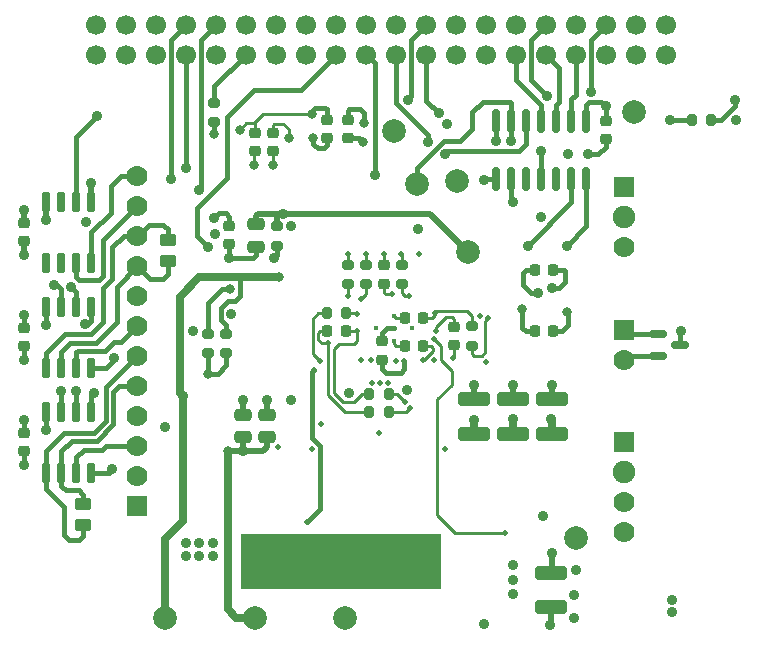
<source format=gbr>
%TF.GenerationSoftware,KiCad,Pcbnew,7.0.10-7.0.10~ubuntu22.04.1*%
%TF.CreationDate,2024-02-04T10:47:15-08:00*%
%TF.ProjectId,PI-Power-Board,50492d50-6f77-4657-922d-426f6172642e,rev?*%
%TF.SameCoordinates,Original*%
%TF.FileFunction,Copper,L4,Bot*%
%TF.FilePolarity,Positive*%
%FSLAX46Y46*%
G04 Gerber Fmt 4.6, Leading zero omitted, Abs format (unit mm)*
G04 Created by KiCad (PCBNEW 7.0.10-7.0.10~ubuntu22.04.1) date 2024-02-04 10:47:15*
%MOMM*%
%LPD*%
G01*
G04 APERTURE LIST*
G04 Aperture macros list*
%AMRoundRect*
0 Rectangle with rounded corners*
0 $1 Rounding radius*
0 $2 $3 $4 $5 $6 $7 $8 $9 X,Y pos of 4 corners*
0 Add a 4 corners polygon primitive as box body*
4,1,4,$2,$3,$4,$5,$6,$7,$8,$9,$2,$3,0*
0 Add four circle primitives for the rounded corners*
1,1,$1+$1,$2,$3*
1,1,$1+$1,$4,$5*
1,1,$1+$1,$6,$7*
1,1,$1+$1,$8,$9*
0 Add four rect primitives between the rounded corners*
20,1,$1+$1,$2,$3,$4,$5,0*
20,1,$1+$1,$4,$5,$6,$7,0*
20,1,$1+$1,$6,$7,$8,$9,0*
20,1,$1+$1,$8,$9,$2,$3,0*%
G04 Aperture macros list end*
%TA.AperFunction,ComponentPad*%
%ADD10C,2.000000*%
%TD*%
%TA.AperFunction,ComponentPad*%
%ADD11R,1.778000X1.778000*%
%TD*%
%TA.AperFunction,ComponentPad*%
%ADD12C,1.905000*%
%TD*%
%TA.AperFunction,ComponentPad*%
%ADD13C,1.778000*%
%TD*%
%TA.AperFunction,ComponentPad*%
%ADD14C,1.700000*%
%TD*%
%TA.AperFunction,ComponentPad*%
%ADD15C,0.400000*%
%TD*%
%TA.AperFunction,SMDPad,CuDef*%
%ADD16RoundRect,0.150000X-0.150000X0.725000X-0.150000X-0.725000X0.150000X-0.725000X0.150000X0.725000X0*%
%TD*%
%TA.AperFunction,SMDPad,CuDef*%
%ADD17RoundRect,0.250000X-1.100000X0.325000X-1.100000X-0.325000X1.100000X-0.325000X1.100000X0.325000X0*%
%TD*%
%TA.AperFunction,SMDPad,CuDef*%
%ADD18RoundRect,0.225000X0.250000X-0.225000X0.250000X0.225000X-0.250000X0.225000X-0.250000X-0.225000X0*%
%TD*%
%TA.AperFunction,SMDPad,CuDef*%
%ADD19RoundRect,0.150000X-0.587500X-0.150000X0.587500X-0.150000X0.587500X0.150000X-0.587500X0.150000X0*%
%TD*%
%TA.AperFunction,SMDPad,CuDef*%
%ADD20RoundRect,0.200000X-0.275000X0.200000X-0.275000X-0.200000X0.275000X-0.200000X0.275000X0.200000X0*%
%TD*%
%TA.AperFunction,SMDPad,CuDef*%
%ADD21RoundRect,0.200000X0.275000X-0.200000X0.275000X0.200000X-0.275000X0.200000X-0.275000X-0.200000X0*%
%TD*%
%TA.AperFunction,SMDPad,CuDef*%
%ADD22RoundRect,0.250000X-0.475000X0.250000X-0.475000X-0.250000X0.475000X-0.250000X0.475000X0.250000X0*%
%TD*%
%TA.AperFunction,SMDPad,CuDef*%
%ADD23RoundRect,0.225000X-0.250000X0.225000X-0.250000X-0.225000X0.250000X-0.225000X0.250000X0.225000X0*%
%TD*%
%TA.AperFunction,SMDPad,CuDef*%
%ADD24RoundRect,0.225000X-0.225000X-0.250000X0.225000X-0.250000X0.225000X0.250000X-0.225000X0.250000X0*%
%TD*%
%TA.AperFunction,SMDPad,CuDef*%
%ADD25RoundRect,0.250000X0.475000X-0.250000X0.475000X0.250000X-0.475000X0.250000X-0.475000X-0.250000X0*%
%TD*%
%TA.AperFunction,SMDPad,CuDef*%
%ADD26RoundRect,0.225000X0.225000X0.250000X-0.225000X0.250000X-0.225000X-0.250000X0.225000X-0.250000X0*%
%TD*%
%TA.AperFunction,SMDPad,CuDef*%
%ADD27RoundRect,0.200000X-0.200000X-0.275000X0.200000X-0.275000X0.200000X0.275000X-0.200000X0.275000X0*%
%TD*%
%TA.AperFunction,SMDPad,CuDef*%
%ADD28RoundRect,0.250000X0.450000X-0.262500X0.450000X0.262500X-0.450000X0.262500X-0.450000X-0.262500X0*%
%TD*%
%TA.AperFunction,SMDPad,CuDef*%
%ADD29RoundRect,0.150000X0.150000X-0.825000X0.150000X0.825000X-0.150000X0.825000X-0.150000X-0.825000X0*%
%TD*%
%TA.AperFunction,SMDPad,CuDef*%
%ADD30RoundRect,0.250000X-0.450000X0.262500X-0.450000X-0.262500X0.450000X-0.262500X0.450000X0.262500X0*%
%TD*%
%TA.AperFunction,ViaPad*%
%ADD31C,0.889000*%
%TD*%
%TA.AperFunction,ViaPad*%
%ADD32C,0.800000*%
%TD*%
%TA.AperFunction,ViaPad*%
%ADD33C,0.508000*%
%TD*%
%TA.AperFunction,Conductor*%
%ADD34C,0.381000*%
%TD*%
%TA.AperFunction,Conductor*%
%ADD35C,0.254000*%
%TD*%
%TA.AperFunction,Conductor*%
%ADD36C,0.508000*%
%TD*%
%TA.AperFunction,Conductor*%
%ADD37C,0.635000*%
%TD*%
G04 APERTURE END LIST*
%TA.AperFunction,NonConductor*%
G36*
X80645000Y-116332000D02*
G01*
X97536000Y-116332000D01*
X97536000Y-121031000D01*
X80645000Y-121031000D01*
X80645000Y-116332000D01*
G37*
%TD.AperFunction*%
D10*
%TO.P,TP7,1,1*%
%TO.N,/~{CAN_INT1}*%
X95529400Y-86690200D03*
%TD*%
D11*
%TO.P,J5,1,Pin_1*%
%TO.N,GND*%
X113043500Y-108585000D03*
D12*
%TO.P,J5,2,Pin_2*%
X113043500Y-111125000D03*
D13*
%TO.P,J5,3,Pin_3*%
%TO.N,/VBAT*%
X113043500Y-113665000D03*
%TO.P,J5,4,Pin_4*%
X113043500Y-116205000D03*
%TD*%
D10*
%TO.P,TP2,1,1*%
%TO.N,/VBAT*%
X108966000Y-116713000D03*
%TD*%
D11*
%TO.P,J3,1,Pin_1*%
%TO.N,GND*%
X71857000Y-113970000D03*
D13*
%TO.P,J3,2,Pin_2*%
%TO.N,+5V*%
X71857000Y-111430000D03*
%TO.P,J3,3,Pin_3*%
%TO.N,/SCK_L*%
X71857000Y-108890000D03*
%TO.P,J3,4,Pin_4*%
%TO.N,/SCK_H*%
X71857000Y-106350000D03*
%TO.P,J3,5,Pin_5*%
%TO.N,/DR_L*%
X71857000Y-103810000D03*
%TO.P,J3,6,Pin_6*%
%TO.N,/DR_H*%
X71857000Y-101270000D03*
%TO.P,J3,7,Pin_7*%
%TO.N,/MOSI_L*%
X71857000Y-98730000D03*
%TO.P,J3,8,Pin_8*%
%TO.N,/MOSI_H*%
X71857000Y-96190000D03*
%TO.P,J3,9,Pin_9*%
%TO.N,/MISO_L*%
X71857000Y-93650000D03*
%TO.P,J3,10,Pin_10*%
%TO.N,/MISO_H*%
X71857000Y-91110000D03*
%TO.P,J3,11,Pin_11*%
%TO.N,/CS_L*%
X71857000Y-88570000D03*
%TO.P,J3,12,Pin_12*%
%TO.N,/CS_H*%
X71857000Y-86030000D03*
%TD*%
D11*
%TO.P,J4,1,Pin_1*%
%TO.N,/CAN-FD/CAN_L*%
X113030000Y-99060000D03*
D13*
%TO.P,J4,2,Pin_2*%
%TO.N,/CAN-FD/CAN_H*%
X113030000Y-101600000D03*
%TD*%
D10*
%TO.P,TP9,1,1*%
%TO.N,Net-(TP9-Pad1)*%
X93599000Y-82194400D03*
%TD*%
%TO.P,TP3,1,1*%
%TO.N,/3V-3.3V-PS/3V3_{OUT}*%
X74168000Y-123444000D03*
%TD*%
D14*
%TO.P,J1,1,Pin_1*%
%TO.N,unconnected-(J1-Pad1)*%
X68370000Y-75770000D03*
%TO.P,J1,2,Pin_2*%
%TO.N,+5V*%
X68370000Y-73230000D03*
%TO.P,J1,3,Pin_3*%
%TO.N,unconnected-(J1-Pad3)*%
X70910000Y-75770000D03*
%TO.P,J1,4,Pin_4*%
%TO.N,+5V*%
X70910000Y-73230000D03*
%TO.P,J1,5,Pin_5*%
%TO.N,unconnected-(J1-Pad5)*%
X73450000Y-75770000D03*
%TO.P,J1,6,Pin_6*%
%TO.N,GND*%
X73450000Y-73230000D03*
%TO.P,J1,7,Pin_7*%
%TO.N,/SPI2_CLK*%
X75990000Y-75770000D03*
%TO.P,J1,8,Pin_8*%
%TO.N,/UART2_TXD*%
X75990000Y-73230000D03*
%TO.P,J1,9,Pin_9*%
%TO.N,GND*%
X78530000Y-75770000D03*
%TO.P,J1,10,Pin_10*%
%TO.N,/UART2_RXD*%
X78530000Y-73230000D03*
%TO.P,J1,11,Pin_11*%
%TO.N,/PWM0*%
X81070000Y-75770000D03*
%TO.P,J1,12,Pin_12*%
%TO.N,unconnected-(J1-Pad12)*%
X81070000Y-73230000D03*
%TO.P,J1,13,Pin_13*%
%TO.N,/PWM1*%
X83610000Y-75770000D03*
%TO.P,J1,14,Pin_14*%
%TO.N,GND*%
X83610000Y-73230000D03*
%TO.P,J1,15,Pin_15*%
%TO.N,unconnected-(J1-Pad15)*%
X86150000Y-75770000D03*
%TO.P,J1,16,Pin_16*%
%TO.N,unconnected-(J1-Pad16)*%
X86150000Y-73230000D03*
%TO.P,J1,17,Pin_17*%
%TO.N,/3V3_PI*%
X88690000Y-75770000D03*
%TO.P,J1,18,Pin_18*%
%TO.N,unconnected-(J1-Pad18)*%
X88690000Y-73230000D03*
%TO.P,J1,19,Pin_19*%
%TO.N,/SPI1_TXD*%
X91230000Y-75770000D03*
%TO.P,J1,20,Pin_20*%
%TO.N,GND*%
X91230000Y-73230000D03*
%TO.P,J1,21,Pin_21*%
%TO.N,/SPI1_RXD*%
X93770000Y-75770000D03*
%TO.P,J1,22,Pin_22*%
%TO.N,unconnected-(J1-Pad22)*%
X93770000Y-73230000D03*
%TO.P,J1,23,Pin_23*%
%TO.N,/SPI1_CLK*%
X96310000Y-75770000D03*
%TO.P,J1,24,Pin_24*%
%TO.N,/~{SPI1_CS}*%
X96310000Y-73230000D03*
%TO.P,J1,25,Pin_25*%
%TO.N,GND*%
X98850000Y-75770000D03*
%TO.P,J1,26,Pin_26*%
%TO.N,unconnected-(J1-Pad26)*%
X98850000Y-73230000D03*
%TO.P,J1,27,Pin_27*%
%TO.N,unconnected-(J1-Pad27)*%
X101390000Y-75770000D03*
%TO.P,J1,28,Pin_28*%
%TO.N,unconnected-(J1-Pad28)*%
X101390000Y-73230000D03*
%TO.P,J1,29,Pin_29*%
%TO.N,/SPI2_TXD*%
X103930000Y-75770000D03*
%TO.P,J1,30,Pin_30*%
%TO.N,GND*%
X103930000Y-73230000D03*
%TO.P,J1,31,Pin_31*%
%TO.N,/SPI2_RXD*%
X106470000Y-75770000D03*
%TO.P,J1,32,Pin_32*%
%TO.N,/DR*%
X106470000Y-73230000D03*
%TO.P,J1,33,Pin_33*%
%TO.N,/~{SPI2_CS}*%
X109010000Y-75770000D03*
%TO.P,J1,34,Pin_34*%
%TO.N,GND*%
X109010000Y-73230000D03*
%TO.P,J1,35,Pin_35*%
%TO.N,/~{CAN_INT}*%
X111550000Y-75770000D03*
%TO.P,J1,36,Pin_36*%
%TO.N,/~{CAN_INT1}*%
X111550000Y-73230000D03*
%TO.P,J1,37,Pin_37*%
%TO.N,/~{CAN_INT0}*%
X114090000Y-75770000D03*
%TO.P,J1,38,Pin_38*%
%TO.N,unconnected-(J1-Pad38)*%
X114090000Y-73230000D03*
%TO.P,J1,39,Pin_39*%
%TO.N,GND*%
X116630000Y-75770000D03*
%TO.P,J1,40,Pin_40*%
%TO.N,unconnected-(J1-Pad40)*%
X116630000Y-73230000D03*
%TD*%
D10*
%TO.P,TP6,1,1*%
%TO.N,/~{CAN_INT0}*%
X98933000Y-86487000D03*
%TD*%
%TO.P,TP4,1,1*%
%TO.N,/5V PowerSupply/V_{OSNS}*%
X81788000Y-123444000D03*
%TD*%
%TO.P,TP5,1,1*%
%TO.N,GND*%
X89408000Y-123444000D03*
%TD*%
%TO.P,TP8,1,1*%
%TO.N,/~{CAN_INT}*%
X113919000Y-80645000D03*
%TD*%
%TO.P,TP1,1,1*%
%TO.N,/3V-3.3V-PS/3V0_{OUT}*%
X99822000Y-92456000D03*
%TD*%
D15*
%TO.P,U5,29,EP-PGND*%
%TO.N,GND*%
X93599000Y-97921000D03*
X95124000Y-98946000D03*
X93599000Y-98946000D03*
X92074000Y-98946000D03*
X93599000Y-99971000D03*
%TD*%
D11*
%TO.P,J2,1,Pin_1*%
%TO.N,GND*%
X113030000Y-86995000D03*
D12*
%TO.P,J2,2,Pin_2*%
%TO.N,/UART2_TXD*%
X113030000Y-89535000D03*
D13*
%TO.P,J2,3,Pin_3*%
%TO.N,/UART2_RXD*%
X113030000Y-92075000D03*
%TD*%
D16*
%TO.P,U9,1,VCC*%
%TO.N,+3V3*%
X64135000Y-97120000D03*
%TO.P,U9,2,RO*%
%TO.N,Net-(U1-Pad2)*%
X65405000Y-97120000D03*
%TO.P,U9,3,DI*%
%TO.N,/SPI1_TXD*%
X66675000Y-97120000D03*
%TO.P,U9,4,GND*%
%TO.N,GND*%
X67945000Y-97120000D03*
%TO.P,U9,5*%
%TO.N,/MOSI_H*%
X67945000Y-102270000D03*
%TO.P,U9,6*%
%TO.N,/MOSI_L*%
X66675000Y-102270000D03*
%TO.P,U9,7*%
%TO.N,/MISO_L*%
X65405000Y-102270000D03*
%TO.P,U9,8*%
%TO.N,/MISO_H*%
X64135000Y-102270000D03*
%TD*%
D17*
%TO.P,C32,1*%
%TO.N,GND*%
X106934000Y-104951000D03*
%TO.P,C32,2*%
%TO.N,/5V PowerSupply/V_{P}*%
X106934000Y-107901000D03*
%TD*%
D18*
%TO.P,C23,1*%
%TO.N,/5V PowerSupply/SS*%
X92710000Y-95162000D03*
%TO.P,C23,2*%
%TO.N,GND*%
X92710000Y-93612000D03*
%TD*%
D17*
%TO.P,C38,1*%
%TO.N,GND*%
X106857800Y-119606800D03*
%TO.P,C38,2*%
%TO.N,/VBAT*%
X106857800Y-122556800D03*
%TD*%
D19*
%TO.P,D7,1,K1*%
%TO.N,/CAN-FD/CAN_H*%
X115902500Y-101280000D03*
%TO.P,D7,2,K1*%
%TO.N,/CAN-FD/CAN_L*%
X115902500Y-99380000D03*
%TO.P,D7,3,KK*%
%TO.N,GND*%
X117777500Y-100330000D03*
%TD*%
D18*
%TO.P,C31,1*%
%TO.N,/5V PowerSupply/V_{CC}*%
X92583000Y-101587600D03*
%TO.P,C31,2*%
%TO.N,GND*%
X92583000Y-100037600D03*
%TD*%
D17*
%TO.P,C33,1*%
%TO.N,GND*%
X103632000Y-104951000D03*
%TO.P,C33,2*%
%TO.N,/5V PowerSupply/V_{P}*%
X103632000Y-107901000D03*
%TD*%
D20*
%TO.P,R18,1*%
%TO.N,/PWM0*%
X78359000Y-79820000D03*
%TO.P,R18,2*%
%TO.N,/SPI1_CLK*%
X78359000Y-81470000D03*
%TD*%
D21*
%TO.P,R22,1*%
%TO.N,/5V PowerSupply/RT*%
X94234000Y-95199000D03*
%TO.P,R22,2*%
%TO.N,GND*%
X94234000Y-93549000D03*
%TD*%
D22*
%TO.P,C20,1*%
%TO.N,/3V-3.3V-PS/3V0_{OUT}*%
X81915000Y-90109000D03*
%TO.P,C20,2*%
%TO.N,GND*%
X81915000Y-92009000D03*
%TD*%
D23*
%TO.P,C17,1*%
%TO.N,+3V0*%
X83312000Y-82410000D03*
%TO.P,C17,2*%
%TO.N,GND*%
X83312000Y-83960000D03*
%TD*%
D24*
%TO.P,C26,1*%
%TO.N,/5V PowerSupply/CS*%
X87947200Y-99200000D03*
%TO.P,C26,2*%
%TO.N,/5V PowerSupply/CSG*%
X89497200Y-99200000D03*
%TD*%
D23*
%TO.P,C40,1*%
%TO.N,+3V3*%
X87884000Y-81267000D03*
%TO.P,C40,2*%
%TO.N,GND*%
X87884000Y-82817000D03*
%TD*%
D16*
%TO.P,U8,1,VCC*%
%TO.N,+3V3*%
X64135000Y-88230000D03*
%TO.P,U8,2,RO*%
%TO.N,unconnected-(U8-Pad2)*%
X65405000Y-88230000D03*
%TO.P,U8,3,DI*%
%TO.N,/~{SPI1_CS}*%
X66675000Y-88230000D03*
%TO.P,U8,4,GND*%
%TO.N,GND*%
X67945000Y-88230000D03*
%TO.P,U8,5*%
%TO.N,/CS_H*%
X67945000Y-93380000D03*
%TO.P,U8,6*%
%TO.N,/CS_L*%
X66675000Y-93380000D03*
%TO.P,U8,7*%
%TO.N,unconnected-(U8-Pad7)*%
X65405000Y-93380000D03*
%TO.P,U8,8*%
%TO.N,unconnected-(U8-Pad8)*%
X64135000Y-93380000D03*
%TD*%
D23*
%TO.P,C39,1*%
%TO.N,+3V0*%
X89662000Y-81267000D03*
%TO.P,C39,2*%
%TO.N,GND*%
X89662000Y-82817000D03*
%TD*%
D25*
%TO.P,C35,1*%
%TO.N,/5V PowerSupply/V_{OSNS}*%
X82804000Y-108138000D03*
%TO.P,C35,2*%
%TO.N,GND*%
X82804000Y-106238000D03*
%TD*%
D26*
%TO.P,C24,1*%
%TO.N,/5V PowerSupply/V_{IN}*%
X96025000Y-98057000D03*
%TO.P,C24,2*%
%TO.N,GND*%
X94475000Y-98057000D03*
%TD*%
D24*
%TO.P,C22,1*%
%TO.N,+5V*%
X105524000Y-93980000D03*
%TO.P,C22,2*%
%TO.N,GND*%
X107074000Y-93980000D03*
%TD*%
D27*
%TO.P,R19,1*%
%TO.N,Net-(D1-Pad2)*%
X118812000Y-81280000D03*
%TO.P,R19,2*%
%TO.N,+5V*%
X120462000Y-81280000D03*
%TD*%
D18*
%TO.P,C27,1*%
%TO.N,/5V PowerSupply/BOOT_{1}*%
X98679000Y-100356000D03*
%TO.P,C27,2*%
%TO.N,/5V PowerSupply/SW1*%
X98679000Y-98806000D03*
%TD*%
D26*
%TO.P,C29,1*%
%TO.N,/5V PowerSupply/BIAS*%
X96025000Y-100406200D03*
%TO.P,C29,2*%
%TO.N,GND*%
X94475000Y-100406200D03*
%TD*%
D21*
%TO.P,R24,1*%
%TO.N,/5V PowerSupply/FB*%
X89662000Y-95199000D03*
%TO.P,R24,2*%
%TO.N,GND*%
X89662000Y-93549000D03*
%TD*%
D23*
%TO.P,C28,1*%
%TO.N,+3V3*%
X62230000Y-98920000D03*
%TO.P,C28,2*%
%TO.N,GND*%
X62230000Y-100470000D03*
%TD*%
%TO.P,C16,1*%
%TO.N,+3V0*%
X111506000Y-81394000D03*
%TO.P,C16,2*%
%TO.N,GND*%
X111506000Y-82944000D03*
%TD*%
%TO.P,C37,1*%
%TO.N,+3V3*%
X62230000Y-107810000D03*
%TO.P,C37,2*%
%TO.N,GND*%
X62230000Y-109360000D03*
%TD*%
D21*
%TO.P,R28,1*%
%TO.N,Net-(R27-Pad2)*%
X77851000Y-101028000D03*
%TO.P,R28,2*%
%TO.N,GND*%
X77851000Y-99378000D03*
%TD*%
D23*
%TO.P,C21,1*%
%TO.N,+5V*%
X79629000Y-90284000D03*
%TO.P,C21,2*%
%TO.N,GND*%
X79629000Y-91834000D03*
%TD*%
D25*
%TO.P,C36,1*%
%TO.N,/5V PowerSupply/V_{OSNS}*%
X80772000Y-108138000D03*
%TO.P,C36,2*%
%TO.N,GND*%
X80772000Y-106238000D03*
%TD*%
D27*
%TO.P,R25,1*%
%TO.N,/5V PowerSupply/BIAS*%
X87897200Y-97676000D03*
%TO.P,R25,2*%
%TO.N,/5V PowerSupply/V_{OSNS}*%
X89547200Y-97676000D03*
%TD*%
D21*
%TO.P,R26,1*%
%TO.N,Net-(D2-Pad1)*%
X100203000Y-100406000D03*
%TO.P,R26,2*%
%TO.N,/5V PowerSupply/V_{IN}*%
X100203000Y-98756000D03*
%TD*%
D20*
%TO.P,R27,1*%
%TO.N,/3V-3.3V-PS/3V3_{OUT}*%
X79375000Y-99378000D03*
%TO.P,R27,2*%
%TO.N,Net-(R27-Pad2)*%
X79375000Y-101028000D03*
%TD*%
D23*
%TO.P,C18,1*%
%TO.N,+3V3*%
X81788000Y-82410000D03*
%TO.P,C18,2*%
%TO.N,GND*%
X81788000Y-83960000D03*
%TD*%
D27*
%TO.P,R30,1*%
%TO.N,/5V PowerSupply/CS*%
X91504000Y-106058000D03*
%TO.P,R30,2*%
%TO.N,/5V PowerSupply/R_{CSP}*%
X93154000Y-106058000D03*
%TD*%
D28*
%TO.P,R31,1*%
%TO.N,/DR_H*%
X67286500Y-115593500D03*
%TO.P,R31,2*%
%TO.N,/DR_L*%
X67286500Y-113768500D03*
%TD*%
D27*
%TO.P,R29,1*%
%TO.N,/5V PowerSupply/CSG*%
X91504000Y-104534000D03*
%TO.P,R29,2*%
%TO.N,GND*%
X93154000Y-104534000D03*
%TD*%
D20*
%TO.P,R20,1*%
%TO.N,/3V-3.3V-PS/3V0_{OUT}*%
X83693000Y-90295000D03*
%TO.P,R20,2*%
%TO.N,Net-(R20-Pad2)*%
X83693000Y-91945000D03*
%TD*%
D16*
%TO.P,U10,1,VCC*%
%TO.N,+3V3*%
X64135000Y-106010000D03*
%TO.P,U10,2,RO*%
%TO.N,/DR*%
X65405000Y-106010000D03*
%TO.P,U10,3,DI*%
%TO.N,/SPI1_CLK*%
X66675000Y-106010000D03*
%TO.P,U10,4,GND*%
%TO.N,GND*%
X67945000Y-106010000D03*
%TO.P,U10,5*%
%TO.N,/SCK_H*%
X67945000Y-111160000D03*
%TO.P,U10,6*%
%TO.N,/SCK_L*%
X66675000Y-111160000D03*
%TO.P,U10,7*%
%TO.N,/DR_L*%
X65405000Y-111160000D03*
%TO.P,U10,8*%
%TO.N,/DR_H*%
X64135000Y-111160000D03*
%TD*%
D17*
%TO.P,C34,1*%
%TO.N,GND*%
X100330000Y-104951000D03*
%TO.P,C34,2*%
%TO.N,/5V PowerSupply/V_{P}*%
X100330000Y-107901000D03*
%TD*%
D24*
%TO.P,C25,1*%
%TO.N,+3V0*%
X105524000Y-99187000D03*
%TO.P,C25,2*%
%TO.N,GND*%
X107074000Y-99187000D03*
%TD*%
D20*
%TO.P,R23,1*%
%TO.N,Net-(C2-Pad2)*%
X91186000Y-93562000D03*
%TO.P,R23,2*%
%TO.N,GND*%
X91186000Y-95212000D03*
%TD*%
D29*
%TO.P,U7,1,TXCAN*%
%TO.N,Net-(U4-Pad1)*%
X109855000Y-86295000D03*
%TO.P,U7,2,RXCAN*%
%TO.N,Net-(U4-Pad4)*%
X108585000Y-86295000D03*
%TO.P,U7,3,CLKO/SOF*%
%TO.N,unconnected-(U7-Pad3)*%
X107315000Y-86295000D03*
%TO.P,U7,4,~{INT}*%
%TO.N,/~{CAN_INT0}*%
X106045000Y-86295000D03*
%TO.P,U7,5,OSC2*%
%TO.N,unconnected-(U7-Pad5)*%
X104775000Y-86295000D03*
%TO.P,U7,6,OSC1*%
%TO.N,Net-(R4-Pad2)*%
X103505000Y-86295000D03*
%TO.P,U7,7,VSS*%
%TO.N,GND*%
X102235000Y-86295000D03*
%TO.P,U7,8,~{INT1}/GPIO1*%
%TO.N,/~{CAN_INT}*%
X102235000Y-81345000D03*
%TO.P,U7,9,~{INT0}/GPIO0/XSTBY*%
%TO.N,/~{CAN_INT1}*%
X103505000Y-81345000D03*
%TO.P,U7,10,SCK*%
%TO.N,/SPI2_CLK*%
X104775000Y-81345000D03*
%TO.P,U7,11,SDI*%
%TO.N,/SPI2_TXD*%
X106045000Y-81345000D03*
%TO.P,U7,12,SDO*%
%TO.N,/SPI2_RXD*%
X107315000Y-81345000D03*
%TO.P,U7,13,nCS*%
%TO.N,/~{SPI2_CS}*%
X108585000Y-81345000D03*
%TO.P,U7,14,VDD*%
%TO.N,+3V0*%
X109855000Y-81345000D03*
%TD*%
D30*
%TO.P,R21,1*%
%TO.N,/MISO_H*%
X74422000Y-91416500D03*
%TO.P,R21,2*%
%TO.N,/MISO_L*%
X74422000Y-93241500D03*
%TD*%
D23*
%TO.P,C19,1*%
%TO.N,+3V3*%
X62230000Y-90030000D03*
%TO.P,C19,2*%
%TO.N,GND*%
X62230000Y-91580000D03*
%TD*%
D31*
%TO.N,GND*%
X79629000Y-93014800D03*
X62230000Y-101600000D03*
D32*
X81762600Y-85115400D03*
D33*
X100844440Y-97918665D03*
D32*
X86741000Y-82804000D03*
D31*
X62230000Y-92710000D03*
D33*
X90805000Y-96443800D03*
D31*
X78409800Y-90957400D03*
X94691200Y-104190800D03*
D33*
X92710000Y-92659200D03*
D31*
X106172000Y-114808000D03*
X80772000Y-105029000D03*
X117094000Y-122936000D03*
X117094000Y-121920000D03*
D33*
X89662000Y-92633800D03*
D31*
X106934000Y-103759000D03*
D32*
X90932000Y-83128400D03*
D31*
X79770108Y-97726500D03*
X108331000Y-84201000D03*
X67415103Y-98577900D03*
X68199000Y-104394000D03*
D33*
X91706393Y-103576903D03*
X95732600Y-92633800D03*
D31*
X106934000Y-117983000D03*
X122558000Y-81280000D03*
D33*
X92379800Y-103581200D03*
D32*
X108204000Y-97536000D03*
D31*
X84836000Y-105029000D03*
X82804000Y-105029000D03*
D32*
X83312000Y-85090000D03*
D31*
X109982000Y-84201000D03*
X106934000Y-95504000D03*
X84840600Y-90271600D03*
X103632000Y-103759000D03*
X62230000Y-110490000D03*
X89779626Y-104381800D03*
X101219000Y-86360000D03*
D33*
X94208600Y-92633800D03*
D31*
X67945000Y-86614000D03*
X117856000Y-99187000D03*
D33*
X94487443Y-105154049D03*
D32*
X79690001Y-95615801D03*
D31*
X101219000Y-123952000D03*
D33*
X93065600Y-103581200D03*
D31*
X100330000Y-103759000D03*
D33*
%TO.N,Net-(C2-Pad2)*%
X91211400Y-92608400D03*
%TO.N,/5V PowerSupply/SS*%
X93395800Y-96062800D03*
%TO.N,/5V PowerSupply/V_{IN}*%
X97053400Y-97612200D03*
D31*
%TO.N,Net-(D1-Pad2)*%
X116970000Y-81280000D03*
%TO.N,/5V PowerSupply/V_{P}*%
X100330000Y-106654600D03*
X103632000Y-120269000D03*
D33*
X101371400Y-101777800D03*
D31*
X103632000Y-121412000D03*
X103632000Y-106629200D03*
X106883200Y-106629200D03*
X103632000Y-118999000D03*
D33*
%TO.N,/5V PowerSupply/CS*%
X87960200Y-100203000D03*
%TO.N,/5V PowerSupply/CSG*%
X90473214Y-99184547D03*
%TO.N,/5V PowerSupply/BIAS*%
X87351100Y-101727000D03*
X96046051Y-101616749D03*
%TO.N,/5V PowerSupply/V_{CC}*%
X94456098Y-101708102D03*
%TO.N,/5V PowerSupply/BOOT_{1}*%
X98583674Y-101481447D03*
%TO.N,/5V PowerSupply/SW1*%
X97114337Y-99144936D03*
X97891600Y-109169200D03*
%TO.N,/5V PowerSupply/SW2*%
X90754200Y-101625400D03*
X86664800Y-109169200D03*
D31*
%TO.N,/5V PowerSupply/V_{OSNS}*%
X80772000Y-109321600D03*
D33*
X90441800Y-97696000D03*
X83794600Y-108940600D03*
D32*
X79502000Y-109321600D03*
%TO.N,+3V0*%
X104444800Y-97307400D03*
X84658200Y-82829400D03*
D31*
X98044000Y-81661000D03*
X106045000Y-89535000D03*
X95605600Y-90551000D03*
X111506000Y-80137000D03*
D32*
X91008200Y-81584800D03*
D33*
%TO.N,Net-(D2-Pad1)*%
X101575100Y-98044000D03*
%TO.N,/5V PowerSupply/HDRV1*%
X96992876Y-99870949D03*
X102946200Y-116230400D03*
%TO.N,/5V PowerSupply/R_{CSP}*%
X94959192Y-105719115D03*
%TO.N,/5V PowerSupply/LDRV1*%
X92301924Y-107824676D03*
X96928694Y-101637994D03*
%TO.N,/5V PowerSupply/HDRV2*%
X86817200Y-102438200D03*
X86233000Y-115341400D03*
X91592400Y-101625400D03*
%TO.N,/5V PowerSupply/LDRV2*%
X93720696Y-101676001D03*
X87401400Y-107061000D03*
D31*
%TO.N,+5V*%
X75946000Y-117094000D03*
X105737404Y-95912465D03*
X78232000Y-117094000D03*
X77089000Y-117094000D03*
X122431000Y-79629000D03*
X75946000Y-118211600D03*
X78333600Y-89611200D03*
X78232000Y-118211600D03*
X77089000Y-118211600D03*
X76581000Y-99192500D03*
%TO.N,Net-(R4-Pad2)*%
X103632000Y-88265000D03*
%TO.N,Net-(R20-Pad2)*%
X83413600Y-93014800D03*
D32*
%TO.N,Net-(R27-Pad2)*%
X77825600Y-102768400D03*
D31*
%TO.N,Net-(U1-Pad2)*%
X64770000Y-95250000D03*
D32*
%TO.N,/3V-3.3V-PS/3V3_{OUT}*%
X83870800Y-94615000D03*
D31*
X75692000Y-104648000D03*
%TO.N,Net-(U4-Pad1)*%
X108204000Y-91948000D03*
%TO.N,/VBAT*%
X108839000Y-123444000D03*
X106807000Y-124079000D03*
X108966000Y-119380000D03*
X108839000Y-121539000D03*
%TO.N,/SPI1_RXD*%
X96455795Y-83171595D03*
%TO.N,/DR*%
X106553000Y-79248000D03*
X65405000Y-104267000D03*
%TO.N,/SPI2_CLK*%
X97917000Y-84201000D03*
X75996800Y-85394800D03*
%TO.N,/UART2_TXD*%
X74701400Y-86283800D03*
%TO.N,/UART2_RXD*%
X77089000Y-87249000D03*
%TO.N,/SPI1_TXD*%
X66255196Y-95415804D03*
X91948000Y-85928700D03*
%TO.N,/SPI1_CLK*%
X97358200Y-80695800D03*
X66675000Y-104267000D03*
D32*
X78333600Y-82442600D03*
D31*
%TO.N,/~{SPI1_CS}*%
X68453000Y-80924400D03*
X94732019Y-79603100D03*
%TO.N,/MOSI_H*%
X69850000Y-101473000D03*
%TO.N,/3V-3.3V-PS/3V0_{OUT}*%
X84216502Y-89258532D03*
%TO.N,/~{CAN_INT0}*%
X106045000Y-83947000D03*
%TO.N,/~{CAN_INT1}*%
X110250893Y-78892900D03*
X103505000Y-83058000D03*
%TO.N,/SCK_H*%
X69723000Y-110871000D03*
%TO.N,Net-(U4-Pad4)*%
X104902000Y-91948000D03*
D33*
%TO.N,/5V PowerSupply/RT*%
X94843600Y-96164400D03*
%TO.N,/5V PowerSupply/FB*%
X89662000Y-96162198D03*
D31*
%TO.N,/3V3_PI*%
X77851000Y-92049600D03*
D32*
%TO.N,+3V3*%
X80518000Y-82098600D03*
D31*
X62230000Y-88900000D03*
X67487800Y-89916000D03*
X74168000Y-107315000D03*
X64135000Y-107569000D03*
X62230000Y-97790000D03*
X62230000Y-106680000D03*
D32*
X86614000Y-80758200D03*
D31*
X64135000Y-89789000D03*
X64135000Y-98679000D03*
%TO.N,/~{CAN_INT}*%
X102235000Y-83058000D03*
%TD*%
D34*
%TO.N,GND*%
X92583000Y-99314000D02*
X92951000Y-98946000D01*
D35*
X93867394Y-104534000D02*
X93154000Y-104534000D01*
D34*
X87122000Y-83693000D02*
X86741000Y-83312000D01*
X87630000Y-83693000D02*
X87122000Y-83693000D01*
X81915000Y-92760800D02*
X81915000Y-92009000D01*
X108331000Y-97663000D02*
X108204000Y-97536000D01*
D36*
X106934000Y-119530600D02*
X106934000Y-117983000D01*
D34*
X101284000Y-86295000D02*
X101219000Y-86360000D01*
X107074000Y-99187000D02*
X107823000Y-99187000D01*
D35*
X81762600Y-85115400D02*
X81762600Y-83985400D01*
X94487443Y-105154049D02*
X93867394Y-104534000D01*
X94475000Y-98057000D02*
X93735000Y-98057000D01*
D34*
X67945000Y-106010000D02*
X67945000Y-104648000D01*
D35*
X94234000Y-92659200D02*
X94208600Y-92633800D01*
D36*
X67945000Y-88230000D02*
X67945000Y-86614000D01*
X106934000Y-104951000D02*
X106934000Y-103759000D01*
D34*
X108077000Y-94996000D02*
X108077000Y-94107000D01*
X117777500Y-99265500D02*
X117856000Y-99187000D01*
D35*
X91186000Y-95212000D02*
X91186000Y-96062800D01*
D34*
X111506000Y-82944000D02*
X111506000Y-83566000D01*
X67945000Y-104648000D02*
X68199000Y-104394000D01*
D35*
X94234000Y-93549000D02*
X94234000Y-92659200D01*
X93599000Y-100253800D02*
X93599000Y-99971000D01*
D36*
X62230000Y-91580000D02*
X62230000Y-92710000D01*
D34*
X79009199Y-95615801D02*
X79690001Y-95615801D01*
X87884000Y-83439000D02*
X87630000Y-83693000D01*
D35*
X94475000Y-100406200D02*
X93751400Y-100406200D01*
D34*
X111506000Y-83566000D02*
X110871000Y-84201000D01*
D35*
X81762600Y-83985400D02*
X81788000Y-83960000D01*
D34*
X108077000Y-94107000D02*
X107950000Y-93980000D01*
D35*
X89662000Y-93549000D02*
X89662000Y-92633800D01*
D34*
X92583000Y-100037600D02*
X92583000Y-99314000D01*
X86741000Y-83312000D02*
X86741000Y-82804000D01*
D35*
X83312000Y-85090000D02*
X83312000Y-83960000D01*
D34*
X81661000Y-93014800D02*
X81915000Y-92760800D01*
X107950000Y-93980000D02*
X107074000Y-93980000D01*
X102235000Y-86295000D02*
X101284000Y-86295000D01*
D36*
X100330000Y-104951000D02*
X100330000Y-103759000D01*
D34*
X90932000Y-83128400D02*
X90620600Y-82817000D01*
D35*
X91186000Y-96062800D02*
X90805000Y-96443800D01*
X93751400Y-100406200D02*
X93599000Y-100253800D01*
D34*
X67945000Y-98298000D02*
X67945000Y-97120000D01*
X67415103Y-98577900D02*
X67665100Y-98577900D01*
D36*
X106857800Y-119606800D02*
X106934000Y-119530600D01*
D34*
X108331000Y-98679000D02*
X108331000Y-97663000D01*
D36*
X80772000Y-106238000D02*
X80772000Y-105029000D01*
D34*
X107569000Y-95504000D02*
X108077000Y-94996000D01*
X92951000Y-98946000D02*
X93599000Y-98946000D01*
X90620600Y-82817000D02*
X89662000Y-82817000D01*
D36*
X82804000Y-105029000D02*
X82804000Y-106238000D01*
D34*
X79629000Y-93014800D02*
X81661000Y-93014800D01*
X77851000Y-99378000D02*
X77851000Y-96774000D01*
X117777500Y-100330000D02*
X117777500Y-99265500D01*
X62230000Y-100470000D02*
X62230000Y-101600000D01*
X67665100Y-98577900D02*
X67945000Y-98298000D01*
D36*
X103632000Y-103759000D02*
X103632000Y-104951000D01*
D34*
X106934000Y-95504000D02*
X107569000Y-95504000D01*
X110871000Y-84201000D02*
X109982000Y-84201000D01*
X79629000Y-91834000D02*
X79629000Y-93014800D01*
D35*
X92710000Y-92659200D02*
X92710000Y-93612000D01*
D34*
X62230000Y-109360000D02*
X62230000Y-110490000D01*
X107823000Y-99187000D02*
X108331000Y-98679000D01*
D35*
X93735000Y-98057000D02*
X93599000Y-97921000D01*
D34*
X77851000Y-96774000D02*
X79009199Y-95615801D01*
X87884000Y-82817000D02*
X87884000Y-83439000D01*
D35*
%TO.N,Net-(C2-Pad2)*%
X91211400Y-93536600D02*
X91186000Y-93562000D01*
X91211400Y-92608400D02*
X91211400Y-93536600D01*
%TO.N,/5V PowerSupply/SS*%
X93395800Y-96062800D02*
X92862400Y-96062800D01*
X92710000Y-95910400D02*
X92710000Y-95162000D01*
X92862400Y-96062800D02*
X92710000Y-95910400D01*
%TO.N,/5V PowerSupply/V_{IN}*%
X96799400Y-98069400D02*
X96037400Y-98069400D01*
X97053400Y-97612200D02*
X97053400Y-97815400D01*
X100203000Y-98756000D02*
X100203000Y-97917000D01*
X97053400Y-97815400D02*
X96799400Y-98069400D01*
X97231200Y-97434400D02*
X97053400Y-97612200D01*
X100203000Y-97917000D02*
X99720400Y-97434400D01*
X96037400Y-98069400D02*
X96025000Y-98057000D01*
X99720400Y-97434400D02*
X97231200Y-97434400D01*
D34*
%TO.N,Net-(D1-Pad2)*%
X116970000Y-81280000D02*
X118812000Y-81280000D01*
D37*
%TO.N,/5V PowerSupply/V_{P}*%
X100330000Y-107901000D02*
X100330000Y-106654600D01*
X106934000Y-106680000D02*
X106883200Y-106629200D01*
X106934000Y-107901000D02*
X106934000Y-106680000D01*
X103632000Y-107901000D02*
X103632000Y-106629200D01*
D35*
%TO.N,/5V PowerSupply/CS*%
X87960200Y-104571800D02*
X87960200Y-100203000D01*
X87172800Y-99923600D02*
X87452200Y-100203000D01*
X91504000Y-106058000D02*
X89446400Y-106058000D01*
X87947200Y-99200000D02*
X87286800Y-99200000D01*
X87286800Y-99200000D02*
X87172800Y-99314000D01*
X87452200Y-100203000D02*
X87960200Y-100203000D01*
X89446400Y-106058000D02*
X87960200Y-104571800D01*
X87172800Y-99314000D02*
X87172800Y-99923600D01*
%TO.N,/5V PowerSupply/CSG*%
X88468200Y-100685600D02*
X88925400Y-100228400D01*
X89281000Y-105181400D02*
X88468200Y-104368600D01*
X89512653Y-99184547D02*
X90473214Y-99184547D01*
X90220800Y-100228400D02*
X90473214Y-99975986D01*
X91504000Y-104534000D02*
X90868200Y-104534000D01*
X90220800Y-105181400D02*
X89281000Y-105181400D01*
X90868200Y-104534000D02*
X90220800Y-105181400D01*
X89497200Y-99200000D02*
X89512653Y-99184547D01*
X88468200Y-104368600D02*
X88468200Y-100685600D01*
X88925400Y-100228400D02*
X90220800Y-100228400D01*
X90473214Y-99975986D02*
X90473214Y-99184547D01*
%TO.N,/5V PowerSupply/BIAS*%
X96850200Y-100854383D02*
X96850200Y-100558600D01*
X87351100Y-101727000D02*
X86690200Y-101066100D01*
X96046051Y-101616749D02*
X96087834Y-101616749D01*
X96087834Y-101616749D02*
X96850200Y-100854383D01*
X86690200Y-98171000D02*
X87185200Y-97676000D01*
X96697800Y-100406200D02*
X96025000Y-100406200D01*
X87185200Y-97676000D02*
X87897200Y-97676000D01*
X96850200Y-100558600D02*
X96697800Y-100406200D01*
X86690200Y-101066100D02*
X86690200Y-98171000D01*
D34*
%TO.N,/5V PowerSupply/V_{CC}*%
X94456098Y-102393902D02*
X94456098Y-101708102D01*
X94157800Y-102692200D02*
X94456098Y-102393902D01*
X92583000Y-102387400D02*
X92887800Y-102692200D01*
X92583000Y-101587600D02*
X92583000Y-102387400D01*
X92887800Y-102692200D02*
X94157800Y-102692200D01*
D35*
%TO.N,/5V PowerSupply/BOOT_{1}*%
X98583674Y-101481447D02*
X98679000Y-101386121D01*
X98679000Y-101386121D02*
X98679000Y-100356000D01*
%TO.N,/5V PowerSupply/SW1*%
X97114337Y-98821263D02*
X97114337Y-99144936D01*
X98679000Y-98145600D02*
X98475800Y-97942400D01*
X97993200Y-97942400D02*
X97114337Y-98821263D01*
X98679000Y-98806000D02*
X98679000Y-98145600D01*
X98475800Y-97942400D02*
X97993200Y-97942400D01*
D37*
%TO.N,/5V PowerSupply/V_{OSNS}*%
X80238600Y-123444000D02*
X79502000Y-122707400D01*
D36*
X82804000Y-108138000D02*
X82804000Y-108966000D01*
X82448400Y-109321600D02*
X80772000Y-109321600D01*
D37*
X79502000Y-122707400D02*
X79502000Y-109321600D01*
D36*
X80772000Y-109321600D02*
X79502000Y-109321600D01*
D35*
X90421800Y-97676000D02*
X90441800Y-97696000D01*
X89547200Y-97676000D02*
X90421800Y-97676000D01*
D36*
X82804000Y-108966000D02*
X82448400Y-109321600D01*
X80772000Y-108138000D02*
X80772000Y-109321600D01*
D37*
X81788000Y-123444000D02*
X80238600Y-123444000D01*
D34*
%TO.N,+3V0*%
X111506000Y-81394000D02*
X111506000Y-80137000D01*
X104444800Y-97307400D02*
X104444800Y-98882200D01*
X89789000Y-80391000D02*
X89662000Y-80518000D01*
D35*
X83413600Y-81610200D02*
X83312000Y-81711800D01*
D34*
X90678000Y-80391000D02*
X89789000Y-80391000D01*
D35*
X84658200Y-82067400D02*
X84201000Y-81610200D01*
D34*
X104749600Y-99187000D02*
X105524000Y-99187000D01*
X109855000Y-80010000D02*
X110109000Y-79756000D01*
X104444800Y-98882200D02*
X104749600Y-99187000D01*
X91008200Y-80721200D02*
X90678000Y-80391000D01*
D35*
X84658200Y-82829400D02*
X84658200Y-82067400D01*
D34*
X111125000Y-79756000D02*
X111506000Y-80137000D01*
X109855000Y-81345000D02*
X109855000Y-80010000D01*
X91008200Y-81584800D02*
X91008200Y-80721200D01*
X110109000Y-79756000D02*
X111125000Y-79756000D01*
D35*
X84201000Y-81610200D02*
X83413600Y-81610200D01*
D34*
X89662000Y-80518000D02*
X89662000Y-81267000D01*
D35*
X83312000Y-81711800D02*
X83312000Y-82410000D01*
%TO.N,Net-(D2-Pad1)*%
X101041200Y-101244400D02*
X101320600Y-100965000D01*
X100355400Y-101244400D02*
X101041200Y-101244400D01*
X101320600Y-100965000D02*
X101320600Y-98298500D01*
X100203000Y-101092000D02*
X100355400Y-101244400D01*
X101320600Y-98298500D02*
X101575100Y-98044000D01*
X100203000Y-100406000D02*
X100203000Y-101092000D01*
%TO.N,/5V PowerSupply/HDRV1*%
X102946200Y-116230400D02*
X98780600Y-116230400D01*
X97256600Y-114706400D02*
X97256600Y-104927400D01*
X98457856Y-102519654D02*
X97538294Y-101600092D01*
X98457856Y-103726144D02*
X98457856Y-102519654D01*
X98780600Y-116230400D02*
X97256600Y-114706400D01*
X97538294Y-100416367D02*
X96992876Y-99870949D01*
X97538294Y-101600092D02*
X97538294Y-100416367D01*
X97256600Y-104927400D02*
X98457856Y-103726144D01*
%TO.N,/5V PowerSupply/R_{CSP}*%
X94620307Y-106058000D02*
X94959192Y-105719115D01*
X93154000Y-106058000D02*
X94620307Y-106058000D01*
D34*
%TO.N,/5V PowerSupply/HDRV2*%
X86639400Y-108178600D02*
X86639400Y-102616000D01*
X86233000Y-115341400D02*
X87337900Y-114236500D01*
X87337900Y-114236500D02*
X87337900Y-108890392D01*
X86639400Y-102616000D02*
X86817200Y-102438200D01*
X86842600Y-108395092D02*
X86842600Y-108381800D01*
X87337900Y-108890392D02*
X86842600Y-108395092D01*
X86842600Y-108381800D02*
X86639400Y-108178600D01*
%TO.N,+5V*%
X79324200Y-89179400D02*
X78765400Y-89179400D01*
X104775000Y-93980000D02*
X105524000Y-93980000D01*
X104521000Y-94234000D02*
X104775000Y-93980000D01*
X105737404Y-95912465D02*
X105183465Y-95912465D01*
X122431000Y-80137000D02*
X122431000Y-79629000D01*
X78765400Y-89179400D02*
X78333600Y-89611200D01*
X104521000Y-95250000D02*
X104521000Y-94234000D01*
X79629000Y-90284000D02*
X79629000Y-89484200D01*
X121288000Y-81280000D02*
X122431000Y-80137000D01*
X105183465Y-95912465D02*
X104521000Y-95250000D01*
X79629000Y-89484200D02*
X79324200Y-89179400D01*
X120462000Y-81280000D02*
X121288000Y-81280000D01*
%TO.N,/CAN-FD/CAN_H*%
X113350000Y-101280000D02*
X113030000Y-101600000D01*
X115902500Y-101280000D02*
X113350000Y-101280000D01*
%TO.N,/CAN-FD/CAN_L*%
X113350000Y-99380000D02*
X113030000Y-99060000D01*
X115902500Y-99380000D02*
X113350000Y-99380000D01*
%TO.N,Net-(R4-Pad2)*%
X103632000Y-88265000D02*
X103505000Y-88138000D01*
X103505000Y-88138000D02*
X103505000Y-86295000D01*
%TO.N,Net-(R20-Pad2)*%
X83693000Y-91945000D02*
X83693000Y-92735400D01*
X83693000Y-92735400D02*
X83413600Y-93014800D01*
%TO.N,Net-(R27-Pad2)*%
X77825600Y-101053400D02*
X77851000Y-101028000D01*
X78663800Y-102768400D02*
X77825600Y-102768400D01*
X79375000Y-101028000D02*
X79375000Y-102057200D01*
X79375000Y-102057200D02*
X78663800Y-102768400D01*
X77825600Y-102768400D02*
X77825600Y-101053400D01*
%TO.N,Net-(U1-Pad2)*%
X65405000Y-97120000D02*
X65405000Y-95631000D01*
X65405000Y-95631000D02*
X65024000Y-95250000D01*
X65024000Y-95250000D02*
X64770000Y-95250000D01*
%TO.N,/3V-3.3V-PS/3V3_{OUT}*%
X80553599Y-96230401D02*
X80553599Y-94701399D01*
D37*
X83870800Y-94615000D02*
X80467200Y-94615000D01*
D34*
X78906508Y-97242492D02*
X79502000Y-96647000D01*
X79502000Y-96647000D02*
X80137000Y-96647000D01*
D37*
X77089000Y-94615000D02*
X80467200Y-94615000D01*
D34*
X78906508Y-98210508D02*
X78906508Y-97242492D01*
X80553599Y-94701399D02*
X80467200Y-94615000D01*
D37*
X75692000Y-104648000D02*
X75438000Y-104394000D01*
X75438000Y-104394000D02*
X75438000Y-96266000D01*
X75438000Y-96266000D02*
X77089000Y-94615000D01*
D34*
X79375000Y-99378000D02*
X79375000Y-98679000D01*
D37*
X74168000Y-116738400D02*
X74168000Y-123444000D01*
X75692000Y-115214400D02*
X74168000Y-116738400D01*
D34*
X80137000Y-96647000D02*
X80553599Y-96230401D01*
X79375000Y-98679000D02*
X78906508Y-98210508D01*
D37*
X75692000Y-104648000D02*
X75692000Y-115214400D01*
D34*
%TO.N,Net-(U4-Pad1)*%
X109855000Y-90297000D02*
X109855000Y-86295000D01*
X108204000Y-91948000D02*
X109855000Y-90297000D01*
D36*
%TO.N,/VBAT*%
X106857800Y-122556800D02*
X106857800Y-124028200D01*
X106857800Y-124028200D02*
X106807000Y-124079000D01*
D34*
%TO.N,/SPI1_RXD*%
X96455795Y-83171595D02*
X96455795Y-82548191D01*
X93770000Y-79862396D02*
X93770000Y-75770000D01*
X96455795Y-82548191D02*
X93770000Y-79862396D01*
%TO.N,/DR*%
X106553000Y-79248000D02*
X105200900Y-77895900D01*
X65405000Y-106010000D02*
X65405000Y-104267000D01*
X105200900Y-77895900D02*
X105200900Y-74499100D01*
X105200900Y-74499100D02*
X106470000Y-73230000D01*
%TO.N,/DR_L*%
X65786000Y-112649000D02*
X65405000Y-112268000D01*
X69824600Y-104292400D02*
X69824600Y-107059504D01*
X69824600Y-107059504D02*
X68451504Y-108432600D01*
X65405000Y-112268000D02*
X65405000Y-111160000D01*
X66929000Y-112649000D02*
X65786000Y-112649000D01*
X70307000Y-103810000D02*
X69824600Y-104292400D01*
X66319400Y-108432600D02*
X65405000Y-109347000D01*
X65405000Y-109347000D02*
X65405000Y-111160000D01*
X67286500Y-113768500D02*
X67286500Y-113006500D01*
X71857000Y-103810000D02*
X70307000Y-103810000D01*
X67286500Y-113006500D02*
X66929000Y-112649000D01*
X68451504Y-108432600D02*
X66319400Y-108432600D01*
%TO.N,/DR_H*%
X65659000Y-107823000D02*
X64135000Y-109347000D01*
X64135000Y-109347000D02*
X64135000Y-111160000D01*
X67286500Y-116482500D02*
X67286500Y-115593500D01*
X66929000Y-116840000D02*
X67286500Y-116482500D01*
X64135000Y-112522000D02*
X65659000Y-114046000D01*
X65659000Y-116459000D02*
X66040000Y-116840000D01*
X68199000Y-107823000D02*
X65659000Y-107823000D01*
X69215000Y-103886000D02*
X69215000Y-106807000D01*
X64135000Y-111160000D02*
X64135000Y-112522000D01*
X71857000Y-101270000D02*
X71831000Y-101270000D01*
X65659000Y-114046000D02*
X65659000Y-116459000D01*
X66040000Y-116840000D02*
X66929000Y-116840000D01*
X69215000Y-106807000D02*
X68199000Y-107823000D01*
X71831000Y-101270000D02*
X69215000Y-103886000D01*
%TO.N,/SPI2_CLK*%
X104775000Y-83312000D02*
X104775000Y-81345000D01*
X75990000Y-85388000D02*
X75996800Y-85394800D01*
X98171000Y-83947000D02*
X104140000Y-83947000D01*
X97917000Y-84201000D02*
X98171000Y-83947000D01*
X104140000Y-83947000D02*
X104775000Y-83312000D01*
X75990000Y-75770000D02*
X75990000Y-85388000D01*
%TO.N,/UART2_TXD*%
X74720000Y-86265200D02*
X74701400Y-86283800D01*
X74720000Y-74500000D02*
X74720000Y-86265200D01*
X75990000Y-73230000D02*
X74720000Y-74500000D01*
%TO.N,/UART2_RXD*%
X78530000Y-73230000D02*
X77260000Y-74500000D01*
X77260000Y-74500000D02*
X77260000Y-87078000D01*
X77260000Y-87078000D02*
X77089000Y-87249000D01*
%TO.N,/PWM0*%
X81070000Y-75770000D02*
X81043500Y-75770000D01*
X81043500Y-75770000D02*
X78359000Y-78454500D01*
X78359000Y-78454500D02*
X78359000Y-79820000D01*
%TO.N,/SPI1_TXD*%
X91948000Y-85928700D02*
X91948000Y-76488000D01*
X66675000Y-95835608D02*
X66255196Y-95415804D01*
X66675000Y-97120000D02*
X66675000Y-95835608D01*
X91948000Y-76488000D02*
X91230000Y-75770000D01*
%TO.N,/MOSI_L*%
X66675000Y-102270000D02*
X66675000Y-100965000D01*
X66802000Y-100838000D02*
X69088000Y-100838000D01*
X69850000Y-100076000D02*
X70485000Y-100076000D01*
X69088000Y-100838000D02*
X69850000Y-100076000D01*
X66675000Y-100965000D02*
X66802000Y-100838000D01*
X71831000Y-98730000D02*
X71857000Y-98730000D01*
X70485000Y-100076000D02*
X71831000Y-98730000D01*
%TO.N,/SPI1_CLK*%
X66675000Y-106010000D02*
X66675000Y-104267000D01*
X78359000Y-82417200D02*
X78359000Y-81470000D01*
X78333600Y-82442600D02*
X78359000Y-82417200D01*
X96310000Y-79647600D02*
X96310000Y-75770000D01*
X97358200Y-80695800D02*
X96310000Y-79647600D01*
%TO.N,/~{SPI1_CS}*%
X95039100Y-74500900D02*
X96310000Y-73230000D01*
X66675000Y-82702400D02*
X68453000Y-80924400D01*
X94732019Y-79603100D02*
X95039100Y-79296019D01*
X66675000Y-88230000D02*
X66675000Y-82702400D01*
X95039100Y-79296019D02*
X95039100Y-74500900D01*
%TO.N,/SPI2_TXD*%
X106045000Y-80010000D02*
X103930000Y-77895000D01*
X106045000Y-81345000D02*
X106045000Y-80010000D01*
X103930000Y-77895000D02*
X103930000Y-75770000D01*
%TO.N,/SPI2_RXD*%
X107569000Y-79756000D02*
X107315000Y-80010000D01*
X107569000Y-76869000D02*
X107569000Y-79756000D01*
X106470000Y-75770000D02*
X107569000Y-76869000D01*
X107315000Y-80010000D02*
X107315000Y-81345000D01*
%TO.N,/MOSI_H*%
X69180000Y-102270000D02*
X67945000Y-102270000D01*
X69850000Y-101600000D02*
X69180000Y-102270000D01*
X69850000Y-101473000D02*
X69850000Y-101600000D01*
%TO.N,/~{SPI2_CS}*%
X108966000Y-75814000D02*
X109010000Y-75770000D01*
X108966000Y-79153500D02*
X108966000Y-75814000D01*
X108585000Y-81345000D02*
X108585000Y-79534500D01*
X108585000Y-79534500D02*
X108966000Y-79153500D01*
D36*
%TO.N,/3V-3.3V-PS/3V0_{OUT}*%
X81915000Y-89408000D02*
X82064468Y-89258532D01*
X83842468Y-89258532D02*
X84216502Y-89258532D01*
X96624532Y-89258532D02*
X84216502Y-89258532D01*
X82064468Y-89258532D02*
X83842468Y-89258532D01*
X99822000Y-92456000D02*
X96624532Y-89258532D01*
X83693000Y-90295000D02*
X83693000Y-89408000D01*
X81915000Y-90109000D02*
X81915000Y-89408000D01*
X83693000Y-89408000D02*
X83842468Y-89258532D01*
D34*
%TO.N,/~{CAN_INT0}*%
X106045000Y-86295000D02*
X106045000Y-83947000D01*
%TO.N,/~{CAN_INT1}*%
X110280900Y-74499100D02*
X110280900Y-78862893D01*
X95529400Y-85318600D02*
X97790000Y-83058000D01*
X110280900Y-78862893D02*
X110250893Y-78892900D01*
X103505000Y-81345000D02*
X103505000Y-83058000D01*
X103505000Y-79883000D02*
X103505000Y-81345000D01*
X95529400Y-86690200D02*
X95529400Y-85318600D01*
X101092000Y-79756000D02*
X103378000Y-79756000D01*
X100203000Y-80645000D02*
X101092000Y-79756000D01*
X103378000Y-79756000D02*
X103505000Y-79883000D01*
X111550000Y-73230000D02*
X110280900Y-74499100D01*
X100203000Y-82042000D02*
X100203000Y-80645000D01*
X97790000Y-83058000D02*
X99187000Y-83058000D01*
X99187000Y-83058000D02*
X100203000Y-82042000D01*
%TO.N,/MISO_L*%
X74041000Y-94742000D02*
X72949000Y-94742000D01*
X72949000Y-94742000D02*
X71857000Y-93650000D01*
X74422000Y-94361000D02*
X74041000Y-94742000D01*
X71857000Y-93650000D02*
X70104000Y-95403000D01*
X65405000Y-100965000D02*
X65405000Y-102270000D01*
X70104000Y-95403000D02*
X70104000Y-98425000D01*
X68326000Y-100203000D02*
X66167000Y-100203000D01*
X74422000Y-93241500D02*
X74422000Y-94361000D01*
X66167000Y-100203000D02*
X65405000Y-100965000D01*
X70104000Y-98425000D02*
X68326000Y-100203000D01*
%TO.N,/MISO_H*%
X68961000Y-98425000D02*
X67945000Y-99441000D01*
X74422000Y-91416500D02*
X74422000Y-90551000D01*
X74422000Y-90551000D02*
X74041000Y-90170000D01*
X71857000Y-91110000D02*
X70688000Y-91110000D01*
X70688000Y-91110000D02*
X69723000Y-92075000D01*
X69723000Y-94792052D02*
X68961000Y-95554052D01*
X72797000Y-90170000D02*
X71857000Y-91110000D01*
X64135000Y-101051554D02*
X64135000Y-102270000D01*
X74041000Y-90170000D02*
X72797000Y-90170000D01*
X67945000Y-99441000D02*
X65745554Y-99441000D01*
X69723000Y-92075000D02*
X69723000Y-94792052D01*
X68961000Y-95554052D02*
X68961000Y-98425000D01*
X65745554Y-99441000D02*
X64135000Y-101051554D01*
%TO.N,/SCK_L*%
X67310000Y-109220000D02*
X68834000Y-109220000D01*
X68834000Y-109220000D02*
X69164000Y-108890000D01*
X69164000Y-108890000D02*
X71857000Y-108890000D01*
X66675000Y-111160000D02*
X66675000Y-109855000D01*
X66675000Y-109855000D02*
X67310000Y-109220000D01*
%TO.N,/SCK_H*%
X69434000Y-111160000D02*
X69723000Y-110871000D01*
X67945000Y-111160000D02*
X69434000Y-111160000D01*
%TO.N,/CS_L*%
X68580000Y-94869000D02*
X66929000Y-94869000D01*
X71857000Y-88570000D02*
X68961000Y-91466000D01*
X68961000Y-94488000D02*
X68580000Y-94869000D01*
X66675000Y-94615000D02*
X66675000Y-93380000D01*
X66929000Y-94869000D02*
X66675000Y-94615000D01*
X68961000Y-91466000D02*
X68961000Y-94488000D01*
%TO.N,/CS_H*%
X67945000Y-90805000D02*
X69596000Y-89154000D01*
X70434000Y-86030000D02*
X71857000Y-86030000D01*
X69596000Y-89154000D02*
X69596000Y-86868000D01*
X69596000Y-86868000D02*
X70434000Y-86030000D01*
X67945000Y-93380000D02*
X67945000Y-90805000D01*
%TO.N,Net-(U4-Pad4)*%
X104902000Y-91948000D02*
X108585000Y-88265000D01*
X108585000Y-88265000D02*
X108585000Y-86295000D01*
D35*
%TO.N,/5V PowerSupply/RT*%
X94234000Y-95199000D02*
X94234000Y-95910400D01*
X94234000Y-95910400D02*
X94411800Y-96088200D01*
X94411800Y-96088200D02*
X94488000Y-96164400D01*
X94488000Y-96164400D02*
X94843600Y-96164400D01*
%TO.N,/5V PowerSupply/FB*%
X89662000Y-95199000D02*
X89662000Y-96162198D01*
D34*
%TO.N,/3V3_PI*%
X79476600Y-81051400D02*
X79476600Y-86182200D01*
X81762600Y-78765400D02*
X79476600Y-81051400D01*
X76885800Y-91084400D02*
X77851000Y-92049600D01*
X88690000Y-75770000D02*
X85694600Y-78765400D01*
X79476600Y-86182200D02*
X76885800Y-88773000D01*
X85694600Y-78765400D02*
X81762600Y-78765400D01*
X76885800Y-88773000D02*
X76885800Y-91084400D01*
%TO.N,+3V3*%
X87757000Y-80264000D02*
X86868000Y-80264000D01*
D35*
X81686400Y-81584800D02*
X82513000Y-80758200D01*
D34*
X87884000Y-80391000D02*
X87757000Y-80264000D01*
D35*
X82513000Y-80758200D02*
X86614000Y-80758200D01*
X81031800Y-81584800D02*
X81686400Y-81584800D01*
D34*
X64135000Y-106010000D02*
X64135000Y-107569000D01*
X87884000Y-81267000D02*
X87884000Y-80391000D01*
X86868000Y-80264000D02*
X86614000Y-80518000D01*
X86614000Y-80518000D02*
X86614000Y-80758200D01*
D35*
X80518000Y-82098600D02*
X81031800Y-81584800D01*
D34*
X62230000Y-98920000D02*
X62230000Y-97790000D01*
D35*
X81788000Y-81686400D02*
X81788000Y-82410000D01*
D36*
X64135000Y-88230000D02*
X64135000Y-89789000D01*
D34*
X62230000Y-107810000D02*
X62230000Y-106680000D01*
D36*
X62230000Y-90030000D02*
X62230000Y-88900000D01*
D34*
X64135000Y-97120000D02*
X64135000Y-98679000D01*
D35*
X81686400Y-81584800D02*
X81788000Y-81686400D01*
D34*
%TO.N,/~{CAN_INT}*%
X102235000Y-81345000D02*
X102235000Y-83058000D01*
%TD*%
M02*

</source>
